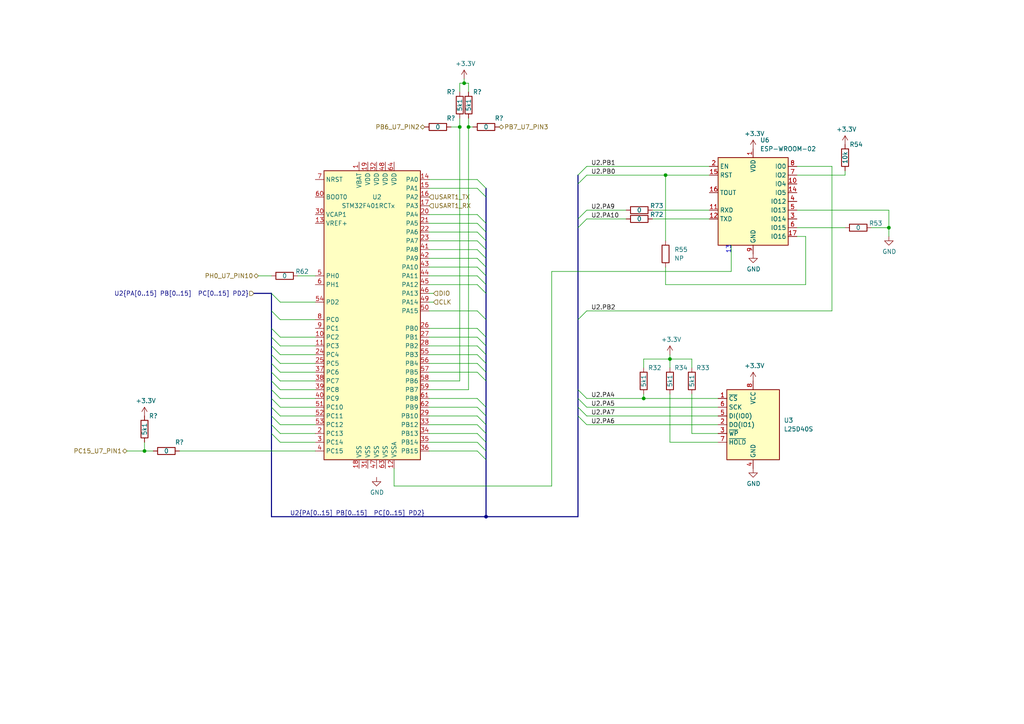
<source format=kicad_sch>
(kicad_sch (version 20211123) (generator eeschema)
  (paper "A4")
  (title_block (title "YardForce NX100i 18Buttons 3LEDs LCD CoverUI") (date "2023-11-16") (rev "0.1") (comment 1 "(c) Apehaenger") (comment 2 "For https://openmower.de") (comment 3 "RM-EC3-V1.1 20210619 with STM32F401RCT6"))
  (lib_symbols
    (symbol "Device:R" (pin_numbers hide) (pin_names (offset 0))
      (property "Reference" "R" (at 2.032 0 90))
      (property "Value" "R" (at 0 0 90))
      (symbol "R_0_1"
        (rectangle (start -1.016 -2.54) (end 1.016 2.54) (stroke (width 0.254)))
      )
      (symbol "R_1_1"
        (pin passive line (at 0 3.81 270) (length 1.27) (name "~") (number "1"))
        (pin passive line (at 0 -3.81 90) (length 1.27) (name "~") (number "2"))
      )
    )
    (symbol "MCU_ST_STM32F4:STM32F401RCTx"
      (property "Reference" "U" (at -15.24 41.91 0))
      (property "Value" "STM32F401RCTx" (at 7.62 41.91 0))
      (symbol "STM32F401RCTx_0_1"
        (rectangle (start -15.24 -43.18) (end 12.7 40.64) (stroke (width 0.254)) (fill (type background)))
      )
      (symbol "STM32F401RCTx_1_1"
        (pin power_in line (at -5.08 43.18 270) (length 2.54) (name "VBAT") (number "1"))
        (pin bidirectional line (at -17.78 -7.62 0) (length 2.54) (name "PC2") (number "10"))
        (pin bidirectional line (at -17.78 -10.16 0) (length 2.54) (name "PC3") (number "11"))
        (pin power_in line (at 5.08 -45.72 90) (length 2.54) (name "VSSA") (number "12"))
        (pin power_in line (at -17.78 25.4 0) (length 2.54) (name "VREF+") (number "13"))
        (pin bidirectional line (at 15.24 38.1 180) (length 2.54) (name "PA0") (number "14"))
        (pin bidirectional line (at 15.24 35.56 180) (length 2.54) (name "PA1") (number "15"))
        (pin bidirectional line (at 15.24 33.02 180) (length 2.54) (name "PA2") (number "16"))
        (pin bidirectional line (at 15.24 30.48 180) (length 2.54) (name "PA3") (number "17"))
        (pin power_in line (at -5.08 -45.72 90) (length 2.54) (name "VSS") (number "18"))
        (pin power_in line (at -2.54 43.18 270) (length 2.54) (name "VDD") (number "19"))
        (pin bidirectional line (at -17.78 -35.56 0) (length 2.54) (name "PC13") (number "2"))
        (pin bidirectional line (at 15.24 27.94 180) (length 2.54) (name "PA4") (number "20"))
        (pin bidirectional line (at 15.24 25.4 180) (length 2.54) (name "PA5") (number "21"))
        (pin bidirectional line (at 15.24 22.86 180) (length 2.54) (name "PA6") (number "22"))
        (pin bidirectional line (at 15.24 20.32 180) (length 2.54) (name "PA7") (number "23"))
        (pin bidirectional line (at -17.78 -12.7 0) (length 2.54) (name "PC4") (number "24"))
        (pin bidirectional line (at -17.78 -15.24 0) (length 2.54) (name "PC5") (number "25"))
        (pin bidirectional line (at 15.24 -5.08 180) (length 2.54) (name "PB0") (number "26"))
        (pin bidirectional line (at 15.24 -7.62 180) (length 2.54) (name "PB1") (number "27"))
        (pin bidirectional line (at 15.24 -10.16 180) (length 2.54) (name "PB2") (number "28"))
        (pin bidirectional line (at 15.24 -30.48 180) (length 2.54) (name "PB10") (number "29"))
        (pin bidirectional line (at -17.78 -38.1 0) (length 2.54) (name "PC14") (number "3"))
        (pin power_in line (at -17.78 27.94 0) (length 2.54) (name "VCAP1") (number "30"))
        (pin power_in line (at -2.54 -45.72 90) (length 2.54) (name "VSS") (number "31"))
        (pin power_in line (at 0 43.18 270) (length 2.54) (name "VDD") (number "32"))
        (pin bidirectional line (at 15.24 -33.02 180) (length 2.54) (name "PB12") (number "33"))
        (pin bidirectional line (at 15.24 -35.56 180) (length 2.54) (name "PB13") (number "34"))
        (pin bidirectional line (at 15.24 -38.1 180) (length 2.54) (name "PB14") (number "35"))
        (pin bidirectional line (at 15.24 -40.64 180) (length 2.54) (name "PB15") (number "36"))
        (pin bidirectional line (at -17.78 -17.78 0) (length 2.54) (name "PC6") (number "37"))
        (pin bidirectional line (at -17.78 -20.32 0) (length 2.54) (name "PC7") (number "38"))
        (pin bidirectional line (at -17.78 -22.86 0) (length 2.54) (name "PC8") (number "39"))
        (pin bidirectional line (at -17.78 -40.64 0) (length 2.54) (name "PC15") (number "4"))
        (pin bidirectional line (at -17.78 -25.4 0) (length 2.54) (name "PC9") (number "40"))
        (pin bidirectional line (at 15.24 17.78 180) (length 2.54) (name "PA8") (number "41"))
        (pin bidirectional line (at 15.24 15.24 180) (length 2.54) (name "PA9") (number "42"))
        (pin bidirectional line (at 15.24 12.7 180) (length 2.54) (name "PA10") (number "43"))
        (pin bidirectional line (at 15.24 10.16 180) (length 2.54) (name "PA11") (number "44"))
        (pin bidirectional line (at 15.24 7.62 180) (length 2.54) (name "PA12") (number "45"))
        (pin bidirectional line (at 15.24 5.08 180) (length 2.54) (name "PA13") (number "46"))
        (pin power_in line (at 0 -45.72 90) (length 2.54) (name "VSS") (number "47"))
        (pin power_in line (at 2.54 43.18 270) (length 2.54) (name "VDD") (number "48"))
        (pin bidirectional line (at 15.24 2.54 180) (length 2.54) (name "PA14") (number "49"))
        (pin input line (at -17.78 10.16 0) (length 2.54) (name "PH0") (number "5"))
        (pin bidirectional line (at 15.24 0 180) (length 2.54) (name "PA15") (number "50"))
        (pin bidirectional line (at -17.78 -27.94 0) (length 2.54) (name "PC10") (number "51"))
        (pin bidirectional line (at -17.78 -30.48 0) (length 2.54) (name "PC11") (number "52"))
        (pin bidirectional line (at -17.78 -33.02 0) (length 2.54) (name "PC12") (number "53"))
        (pin bidirectional line (at -17.78 2.54 0) (length 2.54) (name "PD2") (number "54"))
        (pin bidirectional line (at 15.24 -12.7 180) (length 2.54) (name "PB3") (number "55"))
        (pin bidirectional line (at 15.24 -15.24 180) (length 2.54) (name "PB4") (number "56"))
        (pin bidirectional line (at 15.24 -17.78 180) (length 2.54) (name "PB5") (number "57"))
        (pin bidirectional line (at 15.24 -20.32 180) (length 2.54) (name "PB6") (number "58"))
        (pin bidirectional line (at 15.24 -22.86 180) (length 2.54) (name "PB7") (number "59"))
        (pin input line (at -17.78 7.62 0) (length 2.54) (name "PH1") (number "6"))
        (pin input line (at -17.78 33.02 0) (length 2.54) (name "BOOT0") (number "60"))
        (pin bidirectional line (at 15.24 -25.4 180) (length 2.54) (name "PB8") (number "61"))
        (pin bidirectional line (at 15.24 -27.94 180) (length 2.54) (name "PB9") (number "62"))
        (pin power_in line (at 2.54 -45.72 90) (length 2.54) (name "VSS") (number "63"))
        (pin power_in line (at 5.08 43.18 270) (length 2.54) (name "VDD") (number "64"))
        (pin input line (at -17.78 38.1 0) (length 2.54) (name "NRST") (number "7"))
        (pin bidirectional line (at -17.78 -2.54 0) (length 2.54) (name "PC0") (number "8"))
        (pin bidirectional line (at -17.78 -5.08 0) (length 2.54) (name "PC1") (number "9"))
      )
    )
    (symbol "Memory_Flash:W25X40CLSN"
      (property "Reference" "U" (at -7.62 10.16 0))
      (property "Value" "W25X40CLSN" (at 2.54 10.16 0))
      (symbol "W25X40CLSN_0_1"
        (rectangle (start -7.62 10.16) (end 7.62 -10.16) (stroke (width 0.254)) (fill (type background)))
      )
      (symbol "W25X40CLSN_1_1"
        (pin input line (at -10.16 7.62 0) (length 2.54) (name "~{CS}") (number "1"))
        (pin bidirectional line (at -10.16 0 0) (length 2.54) (name "DO(IO1)") (number "2"))
        (pin bidirectional line (at -10.16 -2.54 0) (length 2.54) (name "~{WP}") (number "3"))
        (pin power_in line (at 0 -12.7 90) (length 2.54) (name "GND") (number "4"))
        (pin bidirectional line (at -10.16 2.54 0) (length 2.54) (name "DI(IO0)") (number "5"))
        (pin input line (at -10.16 5.08 0) (length 2.54) (name "SCK") (number "6"))
        (pin bidirectional line (at -10.16 -5.08 0) (length 2.54) (name "~{HOLD}") (number "7"))
        (pin power_in line (at 0 12.7 270) (length 2.54) (name "VCC") (number "8"))
      )
    )
    (symbol "RF_Module:ESP-WROOM-02"
      (property "Reference" "U" (at -7.62 13.97 0))
      (property "Value" "ESP-WROOM-02" (at 10.16 13.97 0))
      (symbol "ESP-WROOM-02_0_1"
        (rectangle (start 10.16 12.7) (end -10.16 -12.7) (stroke (width 0.254)) (fill (type background)))
      )
      (symbol "ESP-WROOM-02_1_1"
        (pin power_in line (at 0 15.24 270) (length 2.54) (name "VDD") (number "1"))
        (pin bidirectional line (at 12.7 5.08 180) (length 2.54) (name "IO4") (number "10"))
        (pin bidirectional line (at -12.7 -2.54 0) (length 2.54) (name "RXD") (number "11"))
        (pin bidirectional line (at -12.7 -5.08 0) (length 2.54) (name "TXD") (number "12"))
        (pin passive line (at 0 -15.24 90) (length 2.54) hide (name "GND") (number "13"))
        (pin bidirectional line (at 12.7 2.54 180) (length 2.54) (name "IO5") (number "14"))
        (pin input line (at -12.7 7.62 0) (length 2.54) (name "RST") (number "15"))
        (pin input line (at -12.7 2.54 0) (length 2.54) (name "TOUT") (number "16"))
        (pin bidirectional line (at 12.7 -10.16 180) (length 2.54) (name "IO16") (number "17"))
        (pin passive line (at 0 -15.24 90) (length 2.54) hide (name "GND") (number "18"))
        (pin passive line (at 0 -15.24 90) (length 2.54) hide (name "GND") (number "19"))
        (pin input line (at -12.7 10.16 0) (length 2.54) (name "EN") (number "2"))
        (pin bidirectional line (at 12.7 -5.08 180) (length 2.54) (name "IO14") (number "3"))
        (pin bidirectional line (at 12.7 0 180) (length 2.54) (name "IO12") (number "4"))
        (pin bidirectional line (at 12.7 -2.54 180) (length 2.54) (name "IO13") (number "5"))
        (pin bidirectional line (at 12.7 -7.62 180) (length 2.54) (name "IO15") (number "6"))
        (pin bidirectional line (at 12.7 7.62 180) (length 2.54) (name "IO2") (number "7"))
        (pin bidirectional line (at 12.7 10.16 180) (length 2.54) (name "IO0") (number "8"))
        (pin power_in line (at 0 -15.24 90) (length 2.54) (name "GND") (number "9"))
      )
    )
    (symbol "power:+3.3V" (power) (pin_names (offset 0))
      (property "Value" "+3.3V" (at 0 3.556 0))
      (symbol "+3.3V_0_1"
        (polyline (pts (xy -0.762 1.27) (xy 0 2.54)))
        (polyline (pts (xy 0 0) (xy 0 2.54)))
        (polyline (pts (xy 0 2.54) (xy 0.762 1.27)))
      )
      (symbol "+3.3V_1_1"
        (pin power_in line (at 0 0 90) (length 0) hide (name "+3.3V") (number "1"))
      )
    )
    (symbol "power:GND" (power) (pin_names (offset 0))
      (property "Value" "GND" (at 0 -3.81 0))
      (symbol "GND_0_1"
        (polyline (pts (xy 0 0) (xy 0 -1.27) (xy 1.27 -1.27) (xy 0 -2.54) (xy -1.27 -1.27) (xy 0 -1.27)))
      )
      (symbol "GND_1_1"
        (pin power_in line (at 0 0 270) (length 0) hide (name "GND") (number "1"))
      )
    )
  )
  (junction (at 41.91 130.81))
  (junction (at 134.62 24.13))
  (junction (at 257.81 66.04))
  (junction (at 140.97 149.86))
  (junction (at 133.35 36.83))
  (junction (at 194.31 104.14))
  (junction (at 193.04 50.8))
  (junction (at 186.69 115.57))
  (junction (at 135.89 36.83))
  (bus_entry (at 167.64 53.34) (size 2.54 -2.54))
  (bus_entry (at 78.74 85.09) (size 2.54 2.54))
  (bus_entry (at 138.43 77.47) (size 2.54 2.54))
  (bus_entry (at 138.43 105.41) (size 2.54 2.54))
  (bus_entry (at 138.43 80.01) (size 2.54 2.54))
  (bus_entry (at 78.74 120.65) (size 2.54 2.54))
  (bus_entry (at 138.43 115.57) (size 2.54 2.54))
  (bus_entry (at 167.64 113.03) (size 2.54 2.54))
  (bus_entry (at 138.43 54.61) (size 2.54 2.54))
  (bus_entry (at 138.43 62.23) (size 2.54 2.54))
  (bus_entry (at 138.43 95.25) (size 2.54 2.54))
  (bus_entry (at 78.74 110.49) (size 2.54 2.54))
  (bus_entry (at 138.43 118.11) (size 2.54 2.54))
  (bus_entry (at 138.43 52.07) (size 2.54 2.54))
  (bus_entry (at 138.43 130.81) (size 2.54 2.54))
  (bus_entry (at 167.64 120.65) (size 2.54 2.54))
  (bus_entry (at 167.64 66.04) (size 2.54 -2.54))
  (bus_entry (at 78.74 102.87) (size 2.54 2.54))
  (bus_entry (at 78.74 95.25) (size 2.54 2.54))
  (bus_entry (at 138.43 72.39) (size 2.54 2.54))
  (bus_entry (at 167.64 92.71) (size 2.54 -2.54))
  (bus_entry (at 167.64 115.57) (size 2.54 2.54))
  (bus_entry (at 78.74 90.17) (size 2.54 2.54))
  (bus_entry (at 167.64 50.8) (size 2.54 -2.54))
  (bus_entry (at 138.43 102.87) (size 2.54 2.54))
  (bus_entry (at 138.43 67.31) (size 2.54 2.54))
  (bus_entry (at 167.64 63.5) (size 2.54 -2.54))
  (bus_entry (at 78.74 125.73) (size 2.54 2.54))
  (bus_entry (at 78.74 107.95) (size 2.54 2.54))
  (bus_entry (at 78.74 123.19) (size 2.54 2.54))
  (bus_entry (at 138.43 123.19) (size 2.54 2.54))
  (bus_entry (at 138.43 90.17) (size 2.54 2.54))
  (bus_entry (at 78.74 100.33) (size 2.54 2.54))
  (bus_entry (at 138.43 125.73) (size 2.54 2.54))
  (bus_entry (at 138.43 128.27) (size 2.54 2.54))
  (bus_entry (at 138.43 82.55) (size 2.54 2.54))
  (bus_entry (at 138.43 74.93) (size 2.54 2.54))
  (bus_entry (at 167.64 118.11) (size 2.54 2.54))
  (bus_entry (at 138.43 97.79) (size 2.54 2.54))
  (bus_entry (at 138.43 107.95) (size 2.54 2.54))
  (bus_entry (at 78.74 113.03) (size 2.54 2.54))
  (bus_entry (at 138.43 69.85) (size 2.54 2.54))
  (bus_entry (at 78.74 118.11) (size 2.54 2.54))
  (bus_entry (at 78.74 97.79) (size 2.54 2.54))
  (bus_entry (at 138.43 120.65) (size 2.54 2.54))
  (bus_entry (at 138.43 100.33) (size 2.54 2.54))
  (bus_entry (at 78.74 105.41) (size 2.54 2.54))
  (bus_entry (at 138.43 64.77) (size 2.54 2.54))
  (bus_entry (at 78.74 115.57) (size 2.54 2.54))
  (wire (pts (xy 124.46 87.63) (xy 125.73 87.63)))
  (wire (pts (xy 194.31 104.14) (xy 194.31 106.68)))
  (wire (pts (xy 200.66 114.3) (xy 200.66 125.73)))
  (wire (pts (xy 186.69 104.14) (xy 194.31 104.14)))
  (wire (pts (xy 124.46 105.41) (xy 138.43 105.41)))
  (wire (pts (xy 189.23 63.5) (xy 205.74 63.5)))
  (wire (pts (xy 194.31 128.27) (xy 208.28 128.27)))
  (bus (pts (xy 167.64 53.34) (xy 167.64 63.5)))
  (bus (pts (xy 140.97 80.01) (xy 140.97 82.55)))
  (bus (pts (xy 140.97 57.15) (xy 140.97 64.77)))
  (wire (pts (xy 245.11 50.8) (xy 245.11 49.53)))
  (bus (pts (xy 78.74 115.57) (xy 78.74 113.03)))
  (bus (pts (xy 167.64 120.65) (xy 167.64 149.86)))
  (bus (pts (xy 78.74 95.25) (xy 78.74 90.17)))
  (bus (pts (xy 78.74 100.33) (xy 78.74 97.79)))
  (bus (pts (xy 78.74 120.65) (xy 78.74 118.11)))
  (wire (pts (xy 124.46 82.55) (xy 138.43 82.55)))
  (wire (pts (xy 124.46 110.49) (xy 133.35 110.49)))
  (bus (pts (xy 140.97 100.33) (xy 140.97 102.87)))
  (bus (pts (xy 140.97 54.61) (xy 140.97 57.15)))
  (bus (pts (xy 140.97 64.77) (xy 140.97 67.31)))
  (wire (pts (xy 74.93 80.01) (xy 78.74 80.01)))
  (wire (pts (xy 257.81 66.04) (xy 257.81 68.58)))
  (bus (pts (xy 78.74 149.86) (xy 140.97 149.86)))
  (wire (pts (xy 186.69 114.3) (xy 186.69 115.57)))
  (wire (pts (xy 81.28 92.71) (xy 91.44 92.71)))
  (wire (pts (xy 200.66 125.73) (xy 208.28 125.73)))
  (wire (pts (xy 81.28 115.57) (xy 91.44 115.57)))
  (wire (pts (xy 135.89 34.29) (xy 135.89 36.83)))
  (wire (pts (xy 81.28 128.27) (xy 91.44 128.27)))
  (wire (pts (xy 160.02 140.97) (xy 160.02 78.74)))
  (bus (pts (xy 140.97 110.49) (xy 140.97 118.11)))
  (wire (pts (xy 186.69 106.68) (xy 186.69 104.14)))
  (wire (pts (xy 124.46 128.27) (xy 138.43 128.27)))
  (wire (pts (xy 252.73 66.04) (xy 257.81 66.04)))
  (bus (pts (xy 167.64 118.11) (xy 167.64 120.65)))
  (bus (pts (xy 140.97 120.65) (xy 140.97 123.19)))
  (bus (pts (xy 140.97 128.27) (xy 140.97 130.81)))
  (wire (pts (xy 124.46 123.19) (xy 138.43 123.19)))
  (bus (pts (xy 78.74 90.17) (xy 78.74 85.09)))
  (bus (pts (xy 140.97 102.87) (xy 140.97 105.41)))
  (wire (pts (xy 241.3 48.26) (xy 241.3 90.17)))
  (bus (pts (xy 78.74 149.86) (xy 78.74 125.73)))
  (wire (pts (xy 170.18 118.11) (xy 208.28 118.11)))
  (wire (pts (xy 135.89 36.83) (xy 135.89 113.03)))
  (bus (pts (xy 140.97 77.47) (xy 140.97 80.01)))
  (wire (pts (xy 81.28 102.87) (xy 91.44 102.87)))
  (bus (pts (xy 78.74 110.49) (xy 78.74 107.95)))
  (wire (pts (xy 124.46 120.65) (xy 138.43 120.65)))
  (bus (pts (xy 167.64 113.03) (xy 167.64 115.57)))
  (wire (pts (xy 124.46 115.57) (xy 138.43 115.57)))
  (wire (pts (xy 124.46 113.03) (xy 135.89 113.03)))
  (bus (pts (xy 140.97 74.93) (xy 140.97 77.47)))
  (bus (pts (xy 140.97 130.81) (xy 140.97 133.35)))
  (wire (pts (xy 81.28 120.65) (xy 91.44 120.65)))
  (wire (pts (xy 134.62 24.13) (xy 135.89 24.13)))
  (wire (pts (xy 81.28 110.49) (xy 91.44 110.49)))
  (wire (pts (xy 81.28 87.63) (xy 91.44 87.63)))
  (wire (pts (xy 170.18 63.5) (xy 181.61 63.5)))
  (wire (pts (xy 81.28 97.79) (xy 91.44 97.79)))
  (wire (pts (xy 114.3 135.89) (xy 114.3 140.97)))
  (wire (pts (xy 81.28 113.03) (xy 91.44 113.03)))
  (wire (pts (xy 233.68 68.58) (xy 233.68 82.55)))
  (wire (pts (xy 231.14 66.04) (xy 245.11 66.04)))
  (wire (pts (xy 81.28 100.33) (xy 91.44 100.33)))
  (wire (pts (xy 200.66 104.14) (xy 200.66 106.68)))
  (bus (pts (xy 78.74 125.73) (xy 78.74 123.19)))
  (wire (pts (xy 193.04 77.47) (xy 193.04 82.55)))
  (wire (pts (xy 124.46 77.47) (xy 138.43 77.47)))
  (bus (pts (xy 78.74 102.87) (xy 78.74 100.33)))
  (wire (pts (xy 170.18 48.26) (xy 205.74 48.26)))
  (wire (pts (xy 194.31 114.3) (xy 194.31 128.27)))
  (wire (pts (xy 134.62 22.86) (xy 134.62 24.13)))
  (bus (pts (xy 140.97 67.31) (xy 140.97 69.85)))
  (wire (pts (xy 124.46 130.81) (xy 138.43 130.81)))
  (wire (pts (xy 124.46 69.85) (xy 138.43 69.85)))
  (bus (pts (xy 167.64 50.8) (xy 167.64 53.34)))
  (wire (pts (xy 124.46 97.79) (xy 138.43 97.79)))
  (wire (pts (xy 170.18 115.57) (xy 186.69 115.57)))
  (bus (pts (xy 167.64 66.04) (xy 167.64 92.71)))
  (wire (pts (xy 193.04 50.8) (xy 205.74 50.8)))
  (wire (pts (xy 194.31 102.87) (xy 194.31 104.14)))
  (wire (pts (xy 81.28 105.41) (xy 91.44 105.41)))
  (wire (pts (xy 124.46 67.31) (xy 138.43 67.31)))
  (wire (pts (xy 124.46 85.09) (xy 125.73 85.09)))
  (wire (pts (xy 81.28 107.95) (xy 91.44 107.95)))
  (wire (pts (xy 81.28 123.19) (xy 91.44 123.19)))
  (wire (pts (xy 124.46 54.61) (xy 138.43 54.61)))
  (wire (pts (xy 257.81 60.96) (xy 257.81 66.04)))
  (wire (pts (xy 186.69 115.57) (xy 208.28 115.57)))
  (wire (pts (xy 41.91 128.27) (xy 41.91 130.81)))
  (wire (pts (xy 170.18 90.17) (xy 241.3 90.17)))
  (wire (pts (xy 124.46 74.93) (xy 138.43 74.93)))
  (wire (pts (xy 189.23 60.96) (xy 205.74 60.96)))
  (wire (pts (xy 124.46 64.77) (xy 138.43 64.77)))
  (wire (pts (xy 133.35 34.29) (xy 133.35 36.83)))
  (wire (pts (xy 231.14 50.8) (xy 245.11 50.8)))
  (bus (pts (xy 140.97 69.85) (xy 140.97 72.39)))
  (wire (pts (xy 137.16 36.83) (xy 135.89 36.83)))
  (wire (pts (xy 133.35 24.13) (xy 134.62 24.13)))
  (wire (pts (xy 212.09 71.12) (xy 212.09 78.74)))
  (bus (pts (xy 140.97 118.11) (xy 140.97 120.65)))
  (wire (pts (xy 170.18 60.96) (xy 181.61 60.96)))
  (bus (pts (xy 140.97 97.79) (xy 140.97 100.33)))
  (bus (pts (xy 140.97 107.95) (xy 140.97 110.49)))
  (wire (pts (xy 36.83 130.81) (xy 41.91 130.81)))
  (bus (pts (xy 140.97 123.19) (xy 140.97 125.73)))
  (wire (pts (xy 124.46 100.33) (xy 138.43 100.33)))
  (wire (pts (xy 135.89 24.13) (xy 135.89 26.67)))
  (wire (pts (xy 194.31 104.14) (xy 200.66 104.14)))
  (wire (pts (xy 193.04 82.55) (xy 233.68 82.55)))
  (wire (pts (xy 124.46 52.07) (xy 138.43 52.07)))
  (wire (pts (xy 193.04 50.8) (xy 193.04 69.85)))
  (bus (pts (xy 140.97 72.39) (xy 140.97 74.93)))
  (bus (pts (xy 140.97 82.55) (xy 140.97 85.09)))
  (bus (pts (xy 140.97 133.35) (xy 140.97 149.86)))
  (wire (pts (xy 170.18 120.65) (xy 208.28 120.65)))
  (wire (pts (xy 124.46 102.87) (xy 138.43 102.87)))
  (wire (pts (xy 124.46 62.23) (xy 138.43 62.23)))
  (wire (pts (xy 231.14 60.96) (xy 257.81 60.96)))
  (bus (pts (xy 78.74 97.79) (xy 78.74 95.25)))
  (bus (pts (xy 167.64 115.57) (xy 167.64 118.11)))
  (wire (pts (xy 124.46 90.17) (xy 138.43 90.17)))
  (bus (pts (xy 78.74 105.41) (xy 78.74 102.87)))
  (wire (pts (xy 170.18 123.19) (xy 208.28 123.19)))
  (wire (pts (xy 231.14 48.26) (xy 241.3 48.26)))
  (bus (pts (xy 78.74 113.03) (xy 78.74 110.49)))
  (wire (pts (xy 52.07 130.81) (xy 91.44 130.81)))
  (bus (pts (xy 167.64 63.5) (xy 167.64 66.04)))
  (bus (pts (xy 167.64 92.71) (xy 167.64 113.03)))
  (wire (pts (xy 170.18 50.8) (xy 193.04 50.8)))
  (wire (pts (xy 160.02 78.74) (xy 212.09 78.74)))
  (wire (pts (xy 130.81 36.83) (xy 133.35 36.83)))
  (bus (pts (xy 140.97 149.86) (xy 167.64 149.86)))
  (wire (pts (xy 124.46 118.11) (xy 138.43 118.11)))
  (wire (pts (xy 124.46 125.73) (xy 138.43 125.73)))
  (wire (pts (xy 133.35 24.13) (xy 133.35 26.67)))
  (wire (pts (xy 81.28 125.73) (xy 91.44 125.73)))
  (bus (pts (xy 140.97 85.09) (xy 140.97 92.71)))
  (bus (pts (xy 140.97 92.71) (xy 140.97 97.79)))
  (wire (pts (xy 124.46 80.01) (xy 138.43 80.01)))
  (wire (pts (xy 124.46 95.25) (xy 138.43 95.25)))
  (wire (pts (xy 86.36 80.01) (xy 91.44 80.01)))
  (wire (pts (xy 231.14 68.58) (xy 233.68 68.58)))
  (wire (pts (xy 114.3 140.97) (xy 160.02 140.97)))
  (bus (pts (xy 78.74 107.95) (xy 78.74 105.41)))
  (bus (pts (xy 140.97 125.73) (xy 140.97 128.27)))
  (bus (pts (xy 78.74 123.19) (xy 78.74 120.65)))
  (wire (pts (xy 124.46 107.95) (xy 138.43 107.95)))
  (wire (pts (xy 41.91 130.81) (xy 44.45 130.81)))
  (wire (pts (xy 81.28 118.11) (xy 91.44 118.11)))
  (wire (pts (xy 124.46 72.39) (xy 138.43 72.39)))
  (wire (pts (xy 133.35 36.83) (xy 133.35 110.49)))
  (bus (pts (xy 78.74 85.09) (xy 73.66 85.09)))
  (bus (pts (xy 78.74 118.11) (xy 78.74 115.57)))
  (bus (pts (xy 140.97 105.41) (xy 140.97 107.95)))
  (text "13" (at 212.09 73.66 90) (effects (font (size 1.27 1.27)) (justify left bottom)))
  (label "U2.PA4" (at 171.45 115.57 0))
  (label "U2.PA5" (at 171.45 118.11 0))
  (label "U2.PA10" (at 171.45 63.5 0))
  (label "U2.PB0" (at 171.45 50.8 0))
  (label "U2.PA7" (at 171.45 120.65 0))
  (label "U2{PA[0..15] PB[0..15]  PC[0..15] PD2}" (at 123.19 149.86 180))
  (label "U2.PA9" (at 171.45 60.96 0))
  (label "U2.PB1" (at 171.45 48.26 0))
  (label "U2.PA6" (at 171.45 123.19 0))
  (label "U2.PB2" (at 171.45 90.17 0))
  (hierarchical_label "PC15_U7_PIN1" (shape bidirectional) (at 36.83 130.81 180))
  (hierarchical_label "PB6_U7_PIN2" (shape bidirectional) (at 123.19 36.83 180))
  (hierarchical_label "U2{PA[0..15] PB[0..15]  PC[0..15] PD2}" (shape input) (at 73.66 85.09 180))
  (hierarchical_label "USART1_TX" (shape input) (at 124.46 57.15 0))
  (hierarchical_label "PH0_U7_PIN10" (shape bidirectional) (at 74.93 80.01 180))
  (hierarchical_label "PB7_U7_PIN3" (shape bidirectional) (at 144.78 36.83 0))
  (hierarchical_label "DIO" (shape input) (at 125.73 85.09 0))
  (hierarchical_label "CLK" (shape input) (at 125.73 87.63 0))
  (hierarchical_label "USART1_RX" (shape input) (at 124.46 59.69 0))
  (symbol (lib_id "Device:R") (at 127 36.83 90) (unit 1)
    (property "Reference" "R?" (at 130.81 34.29 90))
    (property "Value" "0" (at 127 36.83 90))
  )
  (symbol (lib_id "Device:R") (at 133.35 30.48 0) (unit 1)
    (property "Reference" "R?" (at 129.54 26.67 0) (effects (justify left)))
    (property "Value" "5k1" (at 133.35 30.48 90))
  )
  (symbol (lib_id "Device:R") (at 200.66 110.49 0) (unit 1)
    (property "Reference" "R33" (at 201.93 106.68 0) (effects (justify left)))
    (property "Value" "5k1" (at 200.66 110.49 90))
  )
  (symbol (lib_id "Device:R") (at 248.92 66.04 90) (unit 1)
    (property "Reference" "R53" (at 254 64.77 90))
    (property "Value" "0" (at 248.92 66.04 90))
  )
  (symbol (lib_id "Memory_Flash:W25X40CLSN") (at 218.44 123.19 0) (unit 1)
    (property "Reference" "U3" (at 227.33 121.9199 0) (effects (justify left)))
    (property "Value" "L25D40S" (at 227.33 124.4599 0) (effects (justify left)))
    (property "Footprint" "Package_SO:SOIC-8_3.9x4.9mm_P1.27mm" (effects hide))
    (property "Datasheet" "https://www.winbond.com/resource-files/W25X40CL_G%2020210505.pdf" (effects hide))
  )
  (symbol (lib_id "power:+3.3V") (at 194.31 102.87 0) (unit 1)
    (property "Reference" "#PWR?" (effects hide))
    (property "Value" "+3.3V" (at 194.691 98.4758 0))
  )
  (symbol (lib_id "Device:R") (at 245.11 45.72 0) (unit 1)
    (property "Reference" "R54" (at 246.38 41.91 0) (effects (justify left)))
    (property "Value" "10k" (at 245.11 45.72 90))
  )
  (symbol (lib_id "Device:R") (at 140.97 36.83 90) (unit 1)
    (property "Reference" "R?" (at 144.78 34.29 90))
    (property "Value" "0" (at 140.97 36.83 90))
  )
  (symbol (lib_id "Device:R") (at 41.91 124.46 0) (unit 1)
    (property "Reference" "R?" (at 43.18 120.65 0) (effects (justify left)))
    (property "Value" "5k1" (at 41.91 124.46 90))
  )
  (symbol (lib_id "Device:R") (at 186.69 110.49 0) (unit 1)
    (property "Reference" "R32" (at 187.96 106.68 0) (effects (justify left)))
    (property "Value" "5k1" (at 186.69 110.49 90))
  )
  (symbol (lib_id "RF_Module:ESP-WROOM-02") (at 218.44 58.42 0) (unit 1)
    (property "Reference" "U6" (at 220.4594 40.64 0) (effects (justify left)))
    (property "Value" "ESP-WROOM-02" (at 220.4594 43.18 0) (effects (justify left)))
    (property "Footprint" "RF_Module:ESP-WROOM-02" (effects hide))
    (property "Datasheet" "https://www.espressif.com/sites/default/files/documentation/0c-esp-wroom-02_datasheet_en.pdf" (effects hide))
  )
  (symbol (lib_id "Device:R") (at 194.31 110.49 0) (unit 1)
    (property "Reference" "R34" (at 195.58 106.68 0) (effects (justify left)))
    (property "Value" "5k1" (at 194.31 110.49 90))
  )
  (symbol (lib_id "power:GND") (at 218.44 73.66 0) (unit 1)
    (property "Reference" "#PWR?" (effects hide))
    (property "Value" "GND" (at 218.567 78.0542 0))
  )
  (symbol (lib_id "Device:R") (at 135.89 30.48 0) (unit 1)
    (property "Reference" "R?" (at 137.16 26.67 0) (effects (justify left)))
    (property "Value" "5k1" (at 135.89 30.48 90))
  )
  (symbol (lib_id "power:+3.3V") (at 245.11 41.91 0) (unit 1)
    (property "Reference" "#PWR?" (effects hide))
    (property "Value" "+3.3V" (at 245.491 37.5158 0))
  )
  (symbol (lib_id "power:GND") (at 218.44 135.89 0) (unit 1)
    (property "Reference" "#PWR?" (effects hide))
    (property "Value" "GND" (at 218.567 140.2842 0))
  )
  (symbol (lib_id "Device:R") (at 185.42 60.96 90) (unit 1)
    (property "Reference" "R73" (at 190.5 59.69 90))
    (property "Value" "0" (at 185.42 60.96 90))
  )
  (symbol (lib_id "Device:R") (at 193.04 73.66 0) (unit 1)
    (property "Reference" "R55" (at 195.58 72.3899 0) (effects (justify left)))
    (property "Value" "NP" (at 195.58 74.9299 0) (effects (justify left)))
  )
  (symbol (lib_id "Device:R") (at 48.26 130.81 90) (unit 1)
    (property "Reference" "R?" (at 52.07 128.27 90))
    (property "Value" "0" (at 48.26 130.81 90))
  )
  (symbol (lib_id "power:GND") (at 109.22 138.43 0) (unit 1)
    (property "Reference" "#PWR?" (effects hide))
    (property "Value" "GND" (at 109.347 142.8242 0))
  )
  (symbol (lib_id "power:GND") (at 257.81 68.58 0) (unit 1)
    (property "Reference" "#PWR?" (effects hide))
    (property "Value" "GND" (at 257.937 72.9742 0))
  )
  (symbol (lib_id "power:+3.3V") (at 218.44 110.49 0) (unit 1)
    (property "Reference" "#PWR?" (effects hide))
    (property "Value" "+3.3V" (at 218.821 106.0958 0))
  )
  (symbol (lib_id "MCU_ST_STM32F4:STM32F401RCTx") (at 109.22 90.17 0) (unit 1)
    (property "Reference" "U2" (at 107.95 57.15 0) (effects (justify left)))
    (property "Value" "STM32F401RCTx" (at 99.06 59.69 0) (effects (justify left)))
    (property "Footprint" "Package_QFP:LQFP-64_10x10mm_P0.5mm" (effects hide))
    (property "Datasheet" "http://www.st.com/st-web-ui/static/active/en/resource/technical/document/datasheet/DM00086815.pdf" (effects hide))
  )
  (symbol (lib_id "Device:R") (at 82.55 80.01 90) (unit 1)
    (property "Reference" "R62" (at 87.63 78.74 90))
    (property "Value" "0" (at 82.55 80.01 90))
  )
  (symbol (lib_id "power:+3.3V") (at 134.62 22.86 0) (unit 1)
    (property "Reference" "#PWR?" (effects hide))
    (property "Value" "+3.3V" (at 135.001 18.4658 0))
  )
  (symbol (lib_id "Device:R") (at 185.42 63.5 90) (unit 1)
    (property "Reference" "R72" (at 190.5 62.23 90))
    (property "Value" "0" (at 185.42 63.5 90))
  )
  (symbol (lib_id "power:+3.3V") (at 41.91 120.65 0) (unit 1)
    (property "Reference" "#PWR?" (effects hide))
    (property "Value" "+3.3V" (at 42.291 116.2558 0))
  )
  (symbol (lib_id "power:+3.3V") (at 218.44 43.18 0) (unit 1)
    (property "Reference" "#PWR?" (effects hide))
    (property "Value" "+3.3V" (at 218.821 38.7858 0))
  )
)
</source>
